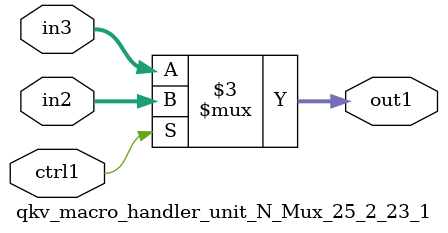
<source format=v>

`timescale 1ps / 1ps


module qkv_macro_handler_unit_N_Mux_25_2_23_1( in3, in2, ctrl1, out1 );

    input [24:0] in3;
    input [24:0] in2;
    input ctrl1;
    output [24:0] out1;
    reg [24:0] out1;

    
    // rtl_process:qkv_macro_handler_unit_N_Mux_25_2_23_1/qkv_macro_handler_unit_N_Mux_25_2_23_1_thread_1
    always @*
      begin : qkv_macro_handler_unit_N_Mux_25_2_23_1_thread_1
        case (ctrl1) 
          1'b1: 
            begin
              out1 = in2;
            end
          default: 
            begin
              out1 = in3;
            end
        endcase
      end

endmodule





</source>
